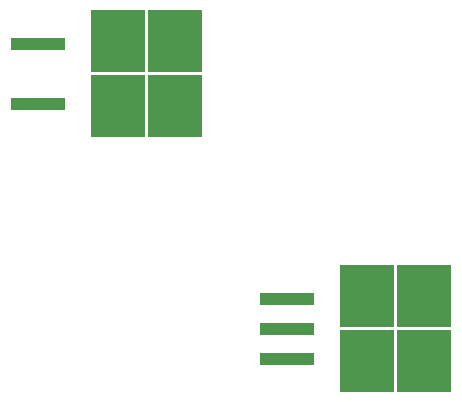
<source format=gbr>
%TF.GenerationSoftware,KiCad,Pcbnew,(6.0.1)*%
%TF.CreationDate,2022-01-30T10:49:48+01:00*%
%TF.ProjectId,board_shakercontrol,626f6172-645f-4736-9861-6b6572636f6e,rev?*%
%TF.SameCoordinates,Original*%
%TF.FileFunction,Paste,Top*%
%TF.FilePolarity,Positive*%
%FSLAX46Y46*%
G04 Gerber Fmt 4.6, Leading zero omitted, Abs format (unit mm)*
G04 Created by KiCad (PCBNEW (6.0.1)) date 2022-01-30 10:49:48*
%MOMM*%
%LPD*%
G01*
G04 APERTURE LIST*
%ADD10R,4.550000X5.250000*%
%ADD11R,4.600000X1.100000*%
G04 APERTURE END LIST*
D10*
%TO.C,Q1*%
X117536000Y-54375000D03*
X117536000Y-59925000D03*
X122386000Y-59925000D03*
X122386000Y-54375000D03*
D11*
X110811000Y-54610000D03*
X110811000Y-59690000D03*
%TD*%
D10*
%TO.C,U1*%
X143468000Y-75965000D03*
X138618000Y-81515000D03*
X138618000Y-75965000D03*
X143468000Y-81515000D03*
D11*
X131893000Y-76200000D03*
X131893000Y-78740000D03*
X131893000Y-81280000D03*
%TD*%
M02*

</source>
